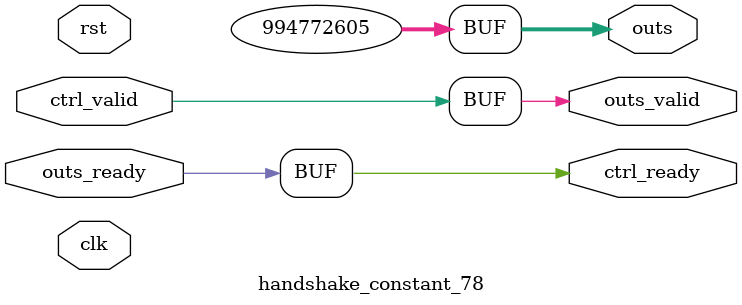
<source format=v>
`timescale 1ns / 1ps
module handshake_constant_78 #(
  parameter DATA_WIDTH = 32  // Default set to 32 bits
) (
  input                       clk,
  input                       rst,
  // Input Channel
  input                       ctrl_valid,
  output                      ctrl_ready,
  // Output Channel
  output [DATA_WIDTH - 1 : 0] outs,
  output                      outs_valid,
  input                       outs_ready
);
  assign outs       = 37'b0101100111011010010110000011001111101;
  assign outs_valid = ctrl_valid;
  assign ctrl_ready = outs_ready;

endmodule

</source>
